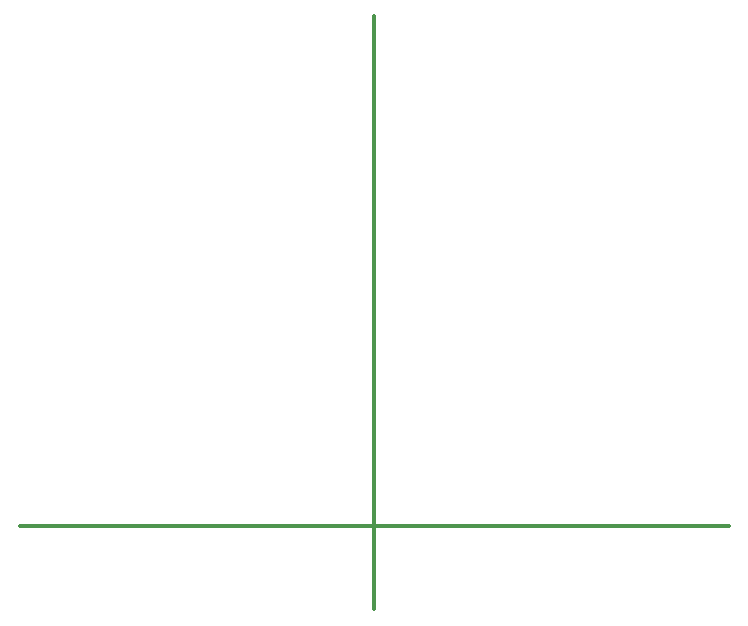
<source format=gbr>
%TF.GenerationSoftware,KiCad,Pcbnew,7.0.5*%
%TF.CreationDate,2023-06-04T15:55:19-04:00*%
%TF.ProjectId,epsilon-kb,65707369-6c6f-46e2-9d6b-622e6b696361,rev?*%
%TF.SameCoordinates,Original*%
%TF.FileFunction,Other,ECO1*%
%FSLAX46Y46*%
G04 Gerber Fmt 4.6, Leading zero omitted, Abs format (unit mm)*
G04 Created by KiCad (PCBNEW 7.0.5) date 2023-06-04 15:55:19*
%MOMM*%
%LPD*%
G01*
G04 APERTURE LIST*
%ADD10C,0.349999*%
G04 APERTURE END LIST*
D10*
X180000000Y-85499825D02*
X120000000Y-85499825D01*
X150000000Y-85500000D02*
X150000000Y-42327747D01*
X150000000Y-92494442D02*
X150000000Y-85500000D01*
M02*

</source>
